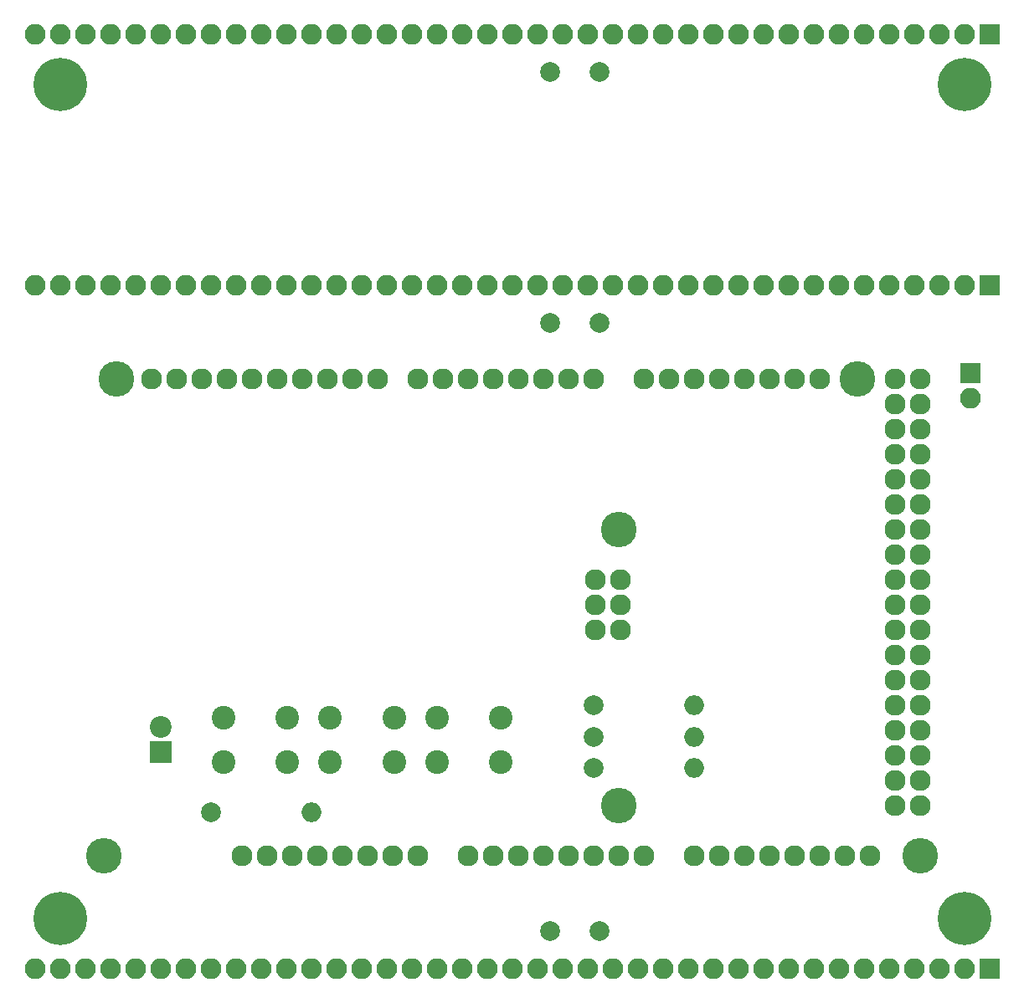
<source format=gbs>
G04 #@! TF.FileFunction,Soldermask,Bot*
%FSLAX46Y46*%
G04 Gerber Fmt 4.6, Leading zero omitted, Abs format (unit mm)*
G04 Created by KiCad (PCBNEW 4.0.7) date 01/18/20 22:33:20*
%MOMM*%
%LPD*%
G01*
G04 APERTURE LIST*
%ADD10C,0.100000*%
%ADD11R,2.100000X2.100000*%
%ADD12O,2.100000X2.100000*%
%ADD13C,5.400000*%
%ADD14O,2.127200X2.127200*%
%ADD15C,3.600000*%
%ADD16C,2.000000*%
%ADD17O,2.000000X2.000000*%
%ADD18C,2.400000*%
%ADD19R,2.200000X2.200000*%
%ADD20C,2.200000*%
G04 APERTURE END LIST*
D10*
D11*
X198120000Y-145415000D03*
D12*
X195580000Y-145415000D03*
X193040000Y-145415000D03*
X190500000Y-145415000D03*
X187960000Y-145415000D03*
X185420000Y-145415000D03*
X182880000Y-145415000D03*
X180340000Y-145415000D03*
X177800000Y-145415000D03*
X175260000Y-145415000D03*
X172720000Y-145415000D03*
X170180000Y-145415000D03*
X167640000Y-145415000D03*
X165100000Y-145415000D03*
X162560000Y-145415000D03*
X160020000Y-145415000D03*
X157480000Y-145415000D03*
X154940000Y-145415000D03*
X152400000Y-145415000D03*
X149860000Y-145415000D03*
X147320000Y-145415000D03*
X144780000Y-145415000D03*
X142240000Y-145415000D03*
X139700000Y-145415000D03*
X137160000Y-145415000D03*
X134620000Y-145415000D03*
X132080000Y-145415000D03*
X129540000Y-145415000D03*
X127000000Y-145415000D03*
X124460000Y-145415000D03*
X121920000Y-145415000D03*
X119380000Y-145415000D03*
X116840000Y-145415000D03*
X114300000Y-145415000D03*
X111760000Y-145415000D03*
X109220000Y-145415000D03*
X106680000Y-145415000D03*
X104140000Y-145415000D03*
X101600000Y-145415000D03*
D13*
X104140000Y-140335000D03*
X195580000Y-140335000D03*
X195580000Y-55880000D03*
X104140000Y-55880000D03*
D11*
X196215000Y-85090000D03*
D12*
X196215000Y-87630000D03*
D14*
X158242000Y-111125000D03*
X160782000Y-111125000D03*
X160782000Y-108585000D03*
X158242000Y-108585000D03*
X160782000Y-106045000D03*
X145415000Y-133985000D03*
X140335000Y-133985000D03*
X137795000Y-133985000D03*
X135255000Y-133985000D03*
X132715000Y-133985000D03*
X130175000Y-133985000D03*
X127635000Y-133985000D03*
X125095000Y-133985000D03*
X180975000Y-85725000D03*
X178435000Y-85725000D03*
X175895000Y-85725000D03*
X173355000Y-85725000D03*
X170815000Y-85725000D03*
X168275000Y-85725000D03*
X165735000Y-85725000D03*
X163195000Y-85725000D03*
X158115000Y-85725000D03*
X155575000Y-85725000D03*
X153035000Y-85725000D03*
X150495000Y-85725000D03*
X147955000Y-85725000D03*
X145415000Y-85725000D03*
X142875000Y-85725000D03*
X140335000Y-85725000D03*
X121031000Y-85725000D03*
X136271000Y-85725000D03*
X133731000Y-85725000D03*
X131191000Y-85725000D03*
D15*
X160655000Y-128905000D03*
X160655000Y-100965000D03*
X184785000Y-85725000D03*
X109855000Y-85725000D03*
X191135000Y-133985000D03*
X108585000Y-133985000D03*
D14*
X113411000Y-85725000D03*
X115951000Y-85725000D03*
X118491000Y-85725000D03*
X123571000Y-85725000D03*
X126111000Y-85725000D03*
X128651000Y-85725000D03*
X122555000Y-133985000D03*
X147955000Y-133985000D03*
X150495000Y-133985000D03*
X153035000Y-133985000D03*
X155575000Y-133985000D03*
X158115000Y-133985000D03*
X160655000Y-133985000D03*
X163195000Y-133985000D03*
X168275000Y-133985000D03*
X170815000Y-133985000D03*
X173355000Y-133985000D03*
X175895000Y-133985000D03*
X178435000Y-133985000D03*
X180975000Y-133985000D03*
X183515000Y-133985000D03*
X186055000Y-133985000D03*
X188595000Y-85725000D03*
X191135000Y-85725000D03*
X188595000Y-88265000D03*
X191135000Y-88265000D03*
X188595000Y-90805000D03*
X191135000Y-90805000D03*
X188595000Y-93345000D03*
X191135000Y-93345000D03*
X188595000Y-95885000D03*
X191135000Y-95885000D03*
X188595000Y-98425000D03*
X191135000Y-98425000D03*
X188595000Y-100965000D03*
X191135000Y-100965000D03*
X188595000Y-103505000D03*
X191135000Y-103505000D03*
X188595000Y-106045000D03*
X191135000Y-106045000D03*
X188595000Y-108585000D03*
X191135000Y-108585000D03*
X188595000Y-111125000D03*
X191135000Y-111125000D03*
X188595000Y-113665000D03*
X191135000Y-113665000D03*
X188595000Y-116205000D03*
X191135000Y-116205000D03*
X188595000Y-118745000D03*
X191135000Y-118745000D03*
X188595000Y-121285000D03*
X191135000Y-121285000D03*
X188595000Y-123825000D03*
X191135000Y-123825000D03*
X188595000Y-126365000D03*
X191135000Y-126365000D03*
X188595000Y-128905000D03*
X191135000Y-128905000D03*
X158242000Y-106045000D03*
D11*
X198120000Y-76200000D03*
D12*
X195580000Y-76200000D03*
X193040000Y-76200000D03*
X190500000Y-76200000D03*
X187960000Y-76200000D03*
X185420000Y-76200000D03*
X182880000Y-76200000D03*
X180340000Y-76200000D03*
X177800000Y-76200000D03*
X175260000Y-76200000D03*
X172720000Y-76200000D03*
X170180000Y-76200000D03*
X167640000Y-76200000D03*
X165100000Y-76200000D03*
X162560000Y-76200000D03*
X160020000Y-76200000D03*
X157480000Y-76200000D03*
X154940000Y-76200000D03*
X152400000Y-76200000D03*
X149860000Y-76200000D03*
X147320000Y-76200000D03*
X144780000Y-76200000D03*
X142240000Y-76200000D03*
X139700000Y-76200000D03*
X137160000Y-76200000D03*
X134620000Y-76200000D03*
X132080000Y-76200000D03*
X129540000Y-76200000D03*
X127000000Y-76200000D03*
X124460000Y-76200000D03*
X121920000Y-76200000D03*
X119380000Y-76200000D03*
X116840000Y-76200000D03*
X114300000Y-76200000D03*
X111760000Y-76200000D03*
X109220000Y-76200000D03*
X106680000Y-76200000D03*
X104140000Y-76200000D03*
X101600000Y-76200000D03*
D11*
X198120000Y-50800000D03*
D12*
X195580000Y-50800000D03*
X193040000Y-50800000D03*
X190500000Y-50800000D03*
X187960000Y-50800000D03*
X185420000Y-50800000D03*
X182880000Y-50800000D03*
X180340000Y-50800000D03*
X177800000Y-50800000D03*
X175260000Y-50800000D03*
X172720000Y-50800000D03*
X170180000Y-50800000D03*
X167640000Y-50800000D03*
X165100000Y-50800000D03*
X162560000Y-50800000D03*
X160020000Y-50800000D03*
X157480000Y-50800000D03*
X154940000Y-50800000D03*
X152400000Y-50800000D03*
X149860000Y-50800000D03*
X147320000Y-50800000D03*
X144780000Y-50800000D03*
X142240000Y-50800000D03*
X139700000Y-50800000D03*
X137160000Y-50800000D03*
X134620000Y-50800000D03*
X132080000Y-50800000D03*
X129540000Y-50800000D03*
X127000000Y-50800000D03*
X124460000Y-50800000D03*
X121920000Y-50800000D03*
X119380000Y-50800000D03*
X116840000Y-50800000D03*
X114300000Y-50800000D03*
X111760000Y-50800000D03*
X109220000Y-50800000D03*
X106680000Y-50800000D03*
X104140000Y-50800000D03*
X101600000Y-50800000D03*
D16*
X153670000Y-54610000D03*
X158670000Y-54610000D03*
X153670000Y-80010000D03*
X158670000Y-80010000D03*
X153670000Y-141605000D03*
X158670000Y-141605000D03*
X158115000Y-118745000D03*
D17*
X168275000Y-118745000D03*
D16*
X158115000Y-121920000D03*
D17*
X168275000Y-121920000D03*
D16*
X158115000Y-125095000D03*
D17*
X168275000Y-125095000D03*
D18*
X120650000Y-124515000D03*
X120650000Y-120015000D03*
X127150000Y-124515000D03*
X127150000Y-120015000D03*
X131445000Y-124515000D03*
X131445000Y-120015000D03*
X137945000Y-124515000D03*
X137945000Y-120015000D03*
X142240000Y-124515000D03*
X142240000Y-120015000D03*
X148740000Y-124515000D03*
X148740000Y-120015000D03*
D16*
X119380000Y-129540000D03*
D17*
X129540000Y-129540000D03*
D19*
X114300000Y-123444000D03*
D20*
X114300000Y-120904000D03*
M02*

</source>
